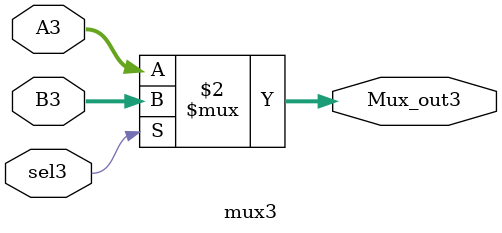
<source format=v>

module mux1(sel1, A1, B1, Mux_out1);
input sel1;
input [31:0] A1, B1;
output [31:0] Mux_out1;

assign Mux_out1 = (sel1 == 1'b0) ? A1 : B1;
endmodule


//Mux 2
module mux2(sel2, A2, B2, Mux_out2);
input sel2;
input [31:0] A2, B2;
output [31:0] Mux_out2;

assign Mux_out2 = (sel2 == 1'b0) ? A2 : B2;
endmodule


//Mux 3
 module mux3(sel3, A3, B3, Mux_out3);
input sel3;
input [31:0] A3, B3;
output [31:0] Mux_out3;

assign Mux_out3 = (sel3 == 1'b0) ? A3 : B3;
endmodule
</source>
